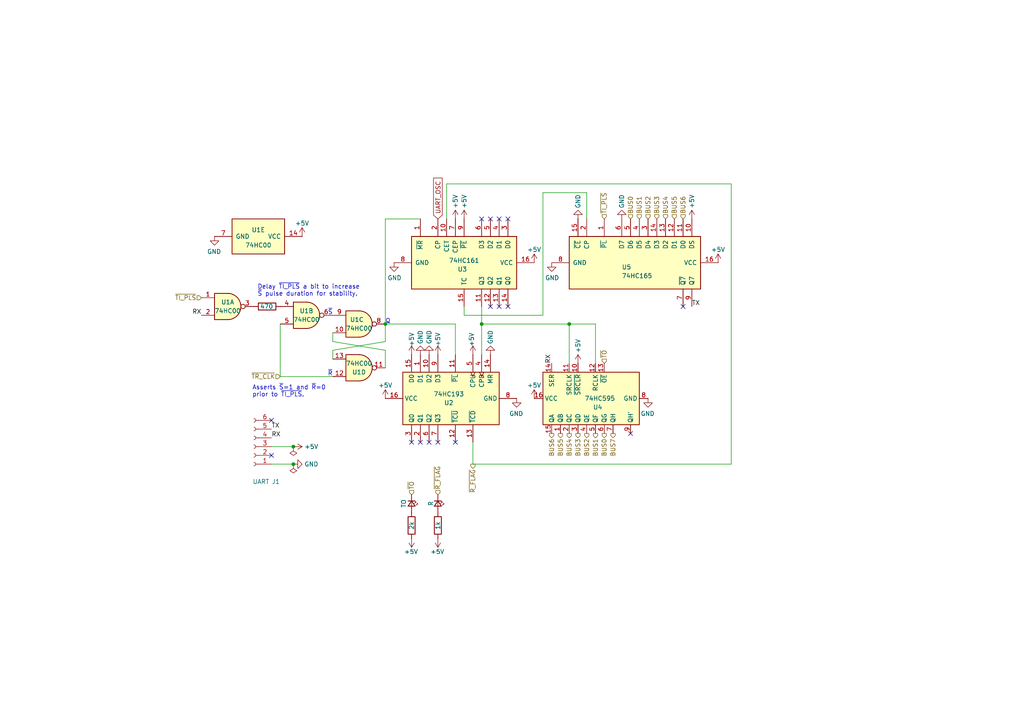
<source format=kicad_sch>
(kicad_sch (version 20250114) (generator "eeschema") (generator_version "9.0")
  (paper "A4")
  (title_block (title "UART") (date "2025-12-30") (rev "3.3") (comment 2 "creativecommons.org/licenses/by-nc-sa/4.0/") (comment 3 "This work is licensed under CC BY-NC-SA 4.0") (comment 4 "Author: Carsten Herting (slu4)"))
  (lib_symbols
    (symbol "74xx:74HC00" (pin_names (offset 1.016))
      (property "Reference" "U" (at 0 1.27 0))
      (property "Value" "74HC00" (at 0 -1.27 0))
      (symbol "74HC00_1_1"
        (arc (start 0 3.81) (mid 3.7934 0) (end 0 -3.81) (stroke (width 0.254)) (fill (type background)))
        (polyline (pts (xy 0 3.81) (xy -3.81 3.81) (xy -3.81 -3.81) (xy 0 -3.81)) (stroke (width 0.254)) (fill (type background)))
        (pin input line (at -7.62 2.54 0) (length 3.81) (name "~") (number "1"))
        (pin input line (at -7.62 -2.54 0) (length 3.81) (name "~") (number "2"))
        (pin output inverted (at 7.62 0 180) (length 3.81) (name "~") (number "3"))
      )
      (symbol "74HC00_1_2"
        (arc (start -3.81 3.81) (mid -2.589 0) (end -3.81 -3.81) (stroke (width 0.254)))
        (polyline (pts (xy -3.81 3.81) (xy -0.635 3.81)) (stroke (width 0.254)) (fill (type background)))
        (polyline (pts (xy -3.81 -3.81) (xy -0.635 -3.81)) (stroke (width 0.254)) (fill (type background)))
        (arc (start 3.81 0) (mid 2.1855 -2.584) (end -0.6096 -3.81) (stroke (width 0.254)) (fill (type background)))
        (arc (start -0.6096 3.81) (mid 2.1928 2.5924) (end 3.81 0) (stroke (width 0.254)) (fill (type background)))
        (polyline (pts (xy -0.635 3.81) (xy -3.81 3.81) (xy -3.81 3.81) (xy -3.556 3.4036) (xy -3.0226 2.2606) (xy -2.6924 1.0414) (xy -2.6162 -0.254) (xy -2.7686 -1.4986) (xy -3.175 -2.7178) (xy -3.81 -3.81) (xy -3.81 -3.81) (xy -0.635 -3.81)) (stroke (width -25.4)) (fill (type background)))
        (pin input inverted (at -7.62 2.54 0) (length 4.318) (name "~") (number "1"))
        (pin input inverted (at -7.62 -2.54 0) (length 4.318) (name "~") (number "2"))
        (pin output line (at 7.62 0 180) (length 3.81) (name "~") (number "3"))
      )
      (symbol "74HC00_2_1"
        (arc (start 0 3.81) (mid 3.7934 0) (end 0 -3.81) (stroke (width 0.254)) (fill (type background)))
        (polyline (pts (xy 0 3.81) (xy -3.81 3.81) (xy -3.81 -3.81) (xy 0 -3.81)) (stroke (width 0.254)) (fill (type background)))
        (pin input line (at -7.62 2.54 0) (length 3.81) (name "~") (number "4"))
        (pin input line (at -7.62 -2.54 0) (length 3.81) (name "~") (number "5"))
        (pin output inverted (at 7.62 0 180) (length 3.81) (name "~") (number "6"))
      )
      (symbol "74HC00_2_2"
        (arc (start -3.81 3.81) (mid -2.589 0) (end -3.81 -3.81) (stroke (width 0.254)))
        (polyline (pts (xy -3.81 3.81) (xy -0.635 3.81)) (stroke (width 0.254)) (fill (type background)))
        (polyline (pts (xy -3.81 -3.81) (xy -0.635 -3.81)) (stroke (width 0.254)) (fill (type background)))
        (arc (start 3.81 0) (mid 2.1855 -2.584) (end -0.6096 -3.81) (stroke (width 0.254)) (fill (type background)))
        (arc (start -0.6096 3.81) (mid 2.1928 2.5924) (end 3.81 0) (stroke (width 0.254)) (fill (type background)))
        (polyline (pts (xy -0.635 3.81) (xy -3.81 3.81) (xy -3.81 3.81) (xy -3.556 3.4036) (xy -3.0226 2.2606) (xy -2.6924 1.0414) (xy -2.6162 -0.254) (xy -2.7686 -1.4986) (xy -3.175 -2.7178) (xy -3.81 -3.81) (xy -3.81 -3.81) (xy -0.635 -3.81)) (stroke (width -25.4)) (fill (type background)))
        (pin input inverted (at -7.62 2.54 0) (length 4.318) (name "~") (number "4"))
        (pin input inverted (at -7.62 -2.54 0) (length 4.318) (name "~") (number "5"))
        (pin output line (at 7.62 0 180) (length 3.81) (name "~") (number "6"))
      )
      (symbol "74HC00_3_1"
        (arc (start 0 3.81) (mid 3.7934 0) (end 0 -3.81) (stroke (width 0.254)) (fill (type background)))
        (polyline (pts (xy 0 3.81) (xy -3.81 3.81) (xy -3.81 -3.81) (xy 0 -3.81)) (stroke (width 0.254)) (fill (type background)))
        (pin input line (at -7.62 2.54 0) (length 3.81) (name "~") (number "9"))
        (pin input line (at -7.62 -2.54 0) (length 3.81) (name "~") (number "10"))
        (pin output inverted (at 7.62 0 180) (length 3.81) (name "~") (number "8"))
      )
      (symbol "74HC00_3_2"
        (arc (start -3.81 3.81) (mid -2.589 0) (end -3.81 -3.81) (stroke (width 0.254)))
        (polyline (pts (xy -3.81 3.81) (xy -0.635 3.81)) (stroke (width 0.254)) (fill (type background)))
        (polyline (pts (xy -3.81 -3.81) (xy -0.635 -3.81)) (stroke (width 0.254)) (fill (type background)))
        (arc (start 3.81 0) (mid 2.1855 -2.584) (end -0.6096 -3.81) (stroke (width 0.254)) (fill (type background)))
        (arc (start -0.6096 3.81) (mid 2.1928 2.5924) (end 3.81 0) (stroke (width 0.254)) (fill (type background)))
        (polyline (pts (xy -0.635 3.81) (xy -3.81 3.81) (xy -3.81 3.81) (xy -3.556 3.4036) (xy -3.0226 2.2606) (xy -2.6924 1.0414) (xy -2.6162 -0.254) (xy -2.7686 -1.4986) (xy -3.175 -2.7178) (xy -3.81 -3.81) (xy -3.81 -3.81) (xy -0.635 -3.81)) (stroke (width -25.4)) (fill (type background)))
        (pin input inverted (at -7.62 2.54 0) (length 4.318) (name "~") (number "9"))
        (pin input inverted (at -7.62 -2.54 0) (length 4.318) (name "~") (number "10"))
        (pin output line (at 7.62 0 180) (length 3.81) (name "~") (number "8"))
      )
      (symbol "74HC00_4_1"
        (arc (start 0 3.81) (mid 3.7934 0) (end 0 -3.81) (stroke (width 0.254)) (fill (type background)))
        (polyline (pts (xy 0 3.81) (xy -3.81 3.81) (xy -3.81 -3.81) (xy 0 -3.81)) (stroke (width 0.254)) (fill (type background)))
        (pin input line (at -7.62 2.54 0) (length 3.81) (name "~") (number "12"))
        (pin input line (at -7.62 -2.54 0) (length 3.81) (name "~") (number "13"))
        (pin output inverted (at 7.62 0 180) (length 3.81) (name "~") (number "11"))
      )
      (symbol "74HC00_4_2"
        (arc (start -3.81 3.81) (mid -2.589 0) (end -3.81 -3.81) (stroke (width 0.254)))
        (polyline (pts (xy -3.81 3.81) (xy -0.635 3.81)) (stroke (width 0.254)) (fill (type background)))
        (polyline (pts (xy -3.81 -3.81) (xy -0.635 -3.81)) (stroke (width 0.254)) (fill (type background)))
        (arc (start 3.81 0) (mid 2.1855 -2.584) (end -0.6096 -3.81) (stroke (width 0.254)) (fill (type background)))
        (arc (start -0.6096 3.81) (mid 2.1928 2.5924) (end 3.81 0) (stroke (width 0.254)) (fill (type background)))
        (polyline (pts (xy -0.635 3.81) (xy -3.81 3.81) (xy -3.81 3.81) (xy -3.556 3.4036) (xy -3.0226 2.2606) (xy -2.6924 1.0414) (xy -2.6162 -0.254) (xy -2.7686 -1.4986) (xy -3.175 -2.7178) (xy -3.81 -3.81) (xy -3.81 -3.81) (xy -0.635 -3.81)) (stroke (width -25.4)) (fill (type background)))
        (pin input inverted (at -7.62 2.54 0) (length 4.318) (name "~") (number "12"))
        (pin input inverted (at -7.62 -2.54 0) (length 4.318) (name "~") (number "13"))
        (pin output line (at 7.62 0 180) (length 3.81) (name "~") (number "11"))
      )
      (symbol "74HC00_5_0"
        (pin power_in line (at 0 12.7 270) (length 5.08) (name "VCC") (number "14"))
        (pin power_in line (at 0 -12.7 90) (length 5.08) (name "GND") (number "7"))
      )
      (symbol "74HC00_5_1"
        (rectangle (start -5.08 7.62) (end 5.08 -7.62) (stroke (width 0.254)) (fill (type background)))
      )
    )
    (symbol "74xx:74HC595"
      (property "Reference" "U" (at -7.62 13.97 0))
      (property "Value" "74HC595" (at -7.62 -16.51 0))
      (symbol "74HC595_1_0"
        (pin input line (at -10.16 10.16 0) (length 2.54) (name "SER") (number "14"))
        (pin input line (at -10.16 5.08 0) (length 2.54) (name "SRCLK") (number "11"))
        (pin input line (at -10.16 2.54 0) (length 2.54) (name "~{SRCLR}") (number "10"))
        (pin input line (at -10.16 -2.54 0) (length 2.54) (name "RCLK") (number "12"))
        (pin input line (at -10.16 -5.08 0) (length 2.54) (name "~{OE}") (number "13"))
        (pin power_in line (at 0 15.24 270) (length 2.54) (name "VCC") (number "16"))
        (pin power_in line (at 0 -17.78 90) (length 2.54) (name "GND") (number "8"))
        (pin tri_state line (at 10.16 10.16 180) (length 2.54) (name "QA") (number "15"))
        (pin tri_state line (at 10.16 7.62 180) (length 2.54) (name "QB") (number "1"))
        (pin tri_state line (at 10.16 5.08 180) (length 2.54) (name "QC") (number "2"))
        (pin tri_state line (at 10.16 2.54 180) (length 2.54) (name "QD") (number "3"))
        (pin tri_state line (at 10.16 0 180) (length 2.54) (name "QE") (number "4"))
        (pin tri_state line (at 10.16 -2.54 180) (length 2.54) (name "QF") (number "5"))
        (pin tri_state line (at 10.16 -5.08 180) (length 2.54) (name "QG") (number "6"))
        (pin tri_state line (at 10.16 -7.62 180) (length 2.54) (name "QH") (number "7"))
        (pin output line (at 10.16 -12.7 180) (length 2.54) (name "QH'") (number "9"))
      )
      (symbol "74HC595_1_1"
        (rectangle (start -7.62 12.7) (end 7.62 -15.24) (stroke (width 0.254)) (fill (type background)))
      )
    )
    (symbol "8-Bit CPU 32k-cache:74HC00" (pin_names (offset 1.016))
      (property "Reference" "U" (at 0 1.27 0))
      (property "Value" "74HC00" (at 0 -1.27 0))
      (symbol "74HC00_1_1"
        (arc (start 0 3.81) (mid 3.7934 0) (end 0 -3.81) (stroke (width 0.254)) (fill (type background)))
        (polyline (pts (xy 0 3.81) (xy -3.81 3.81) (xy -3.81 -3.81) (xy 0 -3.81)) (stroke (width 0.254)) (fill (type background)))
        (pin input line (at -7.62 2.54 0) (length 3.81) (name "~") (number "1"))
        (pin input line (at -7.62 -2.54 0) (length 3.81) (name "~") (number "2"))
        (pin output inverted (at 7.62 0 180) (length 3.81) (name "~") (number "3"))
      )
      (symbol "74HC00_1_2"
        (arc (start -3.81 3.81) (mid -2.589 0) (end -3.81 -3.81) (stroke (width 0.254)))
        (polyline (pts (xy -3.81 3.81) (xy -0.635 3.81)) (stroke (width 0.254)) (fill (type background)))
        (polyline (pts (xy -3.81 -3.81) (xy -0.635 -3.81)) (stroke (width 0.254)) (fill (type background)))
        (arc (start 3.81 0) (mid 2.1855 -2.584) (end -0.6096 -3.81) (stroke (width 0.254)) (fill (type background)))
        (arc (start -0.6096 3.81) (mid 2.1928 2.5924) (end 3.81 0) (stroke (width 0.254)) (fill (type background)))
        (polyline (pts (xy -0.635 3.81) (xy -3.81 3.81) (xy -3.81 3.81) (xy -3.556 3.4036) (xy -3.0226 2.2606) (xy -2.6924 1.0414) (xy -2.6162 -0.254) (xy -2.7686 -1.4986) (xy -3.175 -2.7178) (xy -3.81 -3.81) (xy -3.81 -3.81) (xy -0.635 -3.81)) (stroke (width -25.4)) (fill (type background)))
        (pin input inverted (at -7.62 2.54 0) (length 4.318) (name "~") (number "1"))
        (pin input inverted (at -7.62 -2.54 0) (length 4.318) (name "~") (number "2"))
        (pin output line (at 7.62 0 180) (length 3.81) (name "~") (number "3"))
      )
      (symbol "74HC00_2_1"
        (arc (start 0 3.81) (mid 3.7934 0) (end 0 -3.81) (stroke (width 0.254)) (fill (type background)))
        (polyline (pts (xy 0 3.81) (xy -3.81 3.81) (xy -3.81 -3.81) (xy 0 -3.81)) (stroke (width 0.254)) (fill (type background)))
        (pin input line (at -7.62 2.54 0) (length 3.81) (name "~") (number "4"))
        (pin input line (at -7.62 -2.54 0) (length 3.81) (name "~") (number "5"))
        (pin output inverted (at 7.62 0 180) (length 3.81) (name "~") (number "6"))
      )
      (symbol "74HC00_2_2"
        (arc (start -3.81 3.81) (mid -2.589 0) (end -3.81 -3.81) (stroke (width 0.254)))
        (polyline (pts (xy -3.81 3.81) (xy -0.635 3.81)) (stroke (width 0.254)) (fill (type background)))
        (polyline (pts (xy -3.81 -3.81) (xy -0.635 -3.81)) (stroke (width 0.254)) (fill (type background)))
        (arc (start 3.81 0) (mid 2.1855 -2.584) (end -0.6096 -3.81) (stroke (width 0.254)) (fill (type background)))
        (arc (start -0.6096 3.81) (mid 2.1928 2.5924) (end 3.81 0) (stroke (width 0.254)) (fill (type background)))
        (polyline (pts (xy -0.635 3.81) (xy -3.81 3.81) (xy -3.81 3.81) (xy -3.556 3.4036) (xy -3.0226 2.2606) (xy -2.6924 1.0414) (xy -2.6162 -0.254) (xy -2.7686 -1.4986) (xy -3.175 -2.7178) (xy -3.81 -3.81) (xy -3.81 -3.81) (xy -0.635 -3.81)) (stroke (width -25.4)) (fill (type background)))
        (pin input inverted (at -7.62 2.54 0) (length 4.318) (name "~") (number "4"))
        (pin input inverted (at -7.62 -2.54 0) (length 4.318) (name "~") (number "5"))
        (pin output line (at 7.62 0 180) (length 3.81) (name "~") (number "6"))
      )
      (symbol "74HC00_3_1"
        (arc (start 0 3.81) (mid 3.7934 0) (end 0 -3.81) (stroke (width 0.254)) (fill (type background)))
        (polyline (pts (xy 0 3.81) (xy -3.81 3.81) (xy -3.81 -3.81) (xy 0 -3.81)) (stroke (width 0.254)) (fill (type background)))
        (pin input line (at -7.62 2.54 0) (length 3.81) (name "~") (number "9"))
        (pin input line (at -7.62 -2.54 0) (length 3.81) (name "~") (number "10"))
        (pin output inverted (at 7.62 0 180) (length 3.81) (name "~") (number "8"))
      )
      (symbol "74HC00_3_2"
        (arc (start -3.81 3.81) (mid -2.589 0) (end -3.81 -3.81) (stroke (width 0.254)))
        (polyline (pts (xy -3.81 3.81) (xy -0.635 3.81)) (stroke (width 0.254)) (fill (type background)))
        (polyline (pts (xy -3.81 -3.81) (xy -0.635 -3.81)) (stroke (width 0.254)) (fill (type background)))
        (arc (start 3.81 0) (mid 2.1855 -2.584) (end -0.6096 -3.81) (stroke (width 0.254)) (fill (type background)))
        (arc (start -0.6096 3.81) (mid 2.1928 2.5924) (end 3.81 0) (stroke (width 0.254)) (fill (type background)))
        (polyline (pts (xy -0.635 3.81) (xy -3.81 3.81) (xy -3.81 3.81) (xy -3.556 3.4036) (xy -3.0226 2.2606) (xy -2.6924 1.0414) (xy -2.6162 -0.254) (xy -2.7686 -1.4986) (xy -3.175 -2.7178) (xy -3.81 -3.81) (xy -3.81 -3.81) (xy -0.635 -3.81)) (stroke (width -25.4)) (fill (type background)))
        (pin input inverted (at -7.62 2.54 0) (length 4.318) (name "~") (number "9"))
        (pin input inverted (at -7.62 -2.54 0) (length 4.318) (name "~") (number "10"))
        (pin output line (at 7.62 0 180) (length 3.81) (name "~") (number "8"))
      )
      (symbol "74HC00_4_1"
        (arc (start 0 3.81) (mid 3.7934 0) (end 0 -3.81) (stroke (width 0.254)) (fill (type background)))
        (polyline (pts (xy 0 3.81) (xy -3.81 3.81) (xy -3.81 -3.81) (xy 0 -3.81)) (stroke (width 0.254)) (fill (type background)))
        (pin input line (at -7.62 2.54 0) (length 3.81) (name "~") (number "12"))
        (pin input line (at -7.62 -2.54 0) (length 3.81) (name "~") (number "13"))
        (pin output inverted (at 7.62 0 180) (length 3.81) (name "~") (number "11"))
      )
      (symbol "74HC00_4_2"
        (arc (start -3.81 3.81) (mid -2.589 0) (end -3.81 -3.81) (stroke (width 0.254)))
        (polyline (pts (xy -3.81 3.81) (xy -0.635 3.81)) (stroke (width 0.254)) (fill (type background)))
        (polyline (pts (xy -3.81 -3.81) (xy -0.635 -3.81)) (stroke (width 0.254)) (fill (type background)))
        (arc (start 3.81 0) (mid 2.1855 -2.584) (end -0.6096 -3.81) (stroke (width 0.254)) (fill (type background)))
        (arc (start -0.6096 3.81) (mid 2.1928 2.5924) (end 3.81 0) (stroke (width 0.254)) (fill (type background)))
        (polyline (pts (xy -0.635 3.81) (xy -3.81 3.81) (xy -3.81 3.81) (xy -3.556 3.4036) (xy -3.0226 2.2606) (xy -2.6924 1.0414) (xy -2.6162 -0.254) (xy -2.7686 -1.4986) (xy -3.175 -2.7178) (xy -3.81 -3.81) (xy -3.81 -3.81) (xy -0.635 -3.81)) (stroke (width -25.4)) (fill (type background)))
        (pin input inverted (at -7.62 2.54 0) (length 4.318) (name "~") (number "12"))
        (pin input inverted (at -7.62 -2.54 0) (length 4.318) (name "~") (number "13"))
        (pin output line (at 7.62 0 180) (length 3.81) (name "~") (number "11"))
      )
      (symbol "74HC00_5_0"
        (pin power_in line (at 0 12.7 270) (length 5.08) (name "VCC") (number "14"))
        (pin power_in line (at 0 -12.7 90) (length 5.08) (name "GND") (number "7"))
      )
      (symbol "74HC00_5_1"
        (rectangle (start -5.08 7.62) (end 5.08 -7.62) (stroke (width 0.254)) (fill (type background)))
      )
    )
    (symbol "8-Bit CPU 32k:74HC161" (pin_names (offset 1.016))
      (property "Reference" "U" (at -7.62 16.51 0))
      (property "Value" "74HC161" (at -7.62 -16.51 0))
      (symbol "74HC161_1_0"
        (pin input line (at -12.7 12.7 0) (length 5.08) (name "D0") (number "3"))
        (pin input line (at -12.7 10.16 0) (length 5.08) (name "D1") (number "4"))
        (pin input line (at -12.7 7.62 0) (length 5.08) (name "D2") (number "5"))
        (pin input line (at -12.7 5.08 0) (length 5.08) (name "D3") (number "6"))
        (pin input line (at -12.7 0 0) (length 5.08) (name "~{PE}") (number "9"))
        (pin input line (at -12.7 -2.54 0) (length 5.08) (name "CEP") (number "7"))
        (pin input line (at -12.7 -5.08 0) (length 5.08) (name "CET") (number "10"))
        (pin input line (at -12.7 -7.62 0) (length 5.08) (name "CP") (number "2"))
        (pin input line (at -12.7 -12.7 0) (length 5.08) (name "~{MR}") (number "1"))
        (pin power_in line (at 0 20.32 270) (length 5.08) (name "VCC") (number "16"))
        (pin power_in line (at 0 -20.32 90) (length 5.08) (name "GND") (number "8"))
        (pin output line (at 12.7 12.7 180) (length 5.08) (name "Q0") (number "14"))
        (pin output line (at 12.7 10.16 180) (length 5.08) (name "Q1") (number "13"))
        (pin output line (at 12.7 7.62 180) (length 5.08) (name "Q2") (number "12"))
        (pin output line (at 12.7 5.08 180) (length 5.08) (name "Q3") (number "11"))
        (pin output line (at 12.7 0 180) (length 5.08) (name "TC") (number "15"))
      )
      (symbol "74HC161_1_1"
        (rectangle (start -7.62 15.24) (end 7.62 -15.24) (stroke (width 0.254)) (fill (type background)))
      )
    )
    (symbol "8-Bit CPU 32k:74HC165" (pin_names (offset 1.016))
      (property "Reference" "U" (at -7.62 19.05 0))
      (property "Value" "74HC165" (at -7.62 -21.59 0))
      (symbol "74HC165_1_0"
        (pin input line (at -12.7 15.24 0) (length 5.08) (name "DS") (number "10"))
        (pin input line (at -12.7 12.7 0) (length 5.08) (name "D0") (number "11"))
        (pin input line (at -12.7 10.16 0) (length 5.08) (name "D1") (number "12"))
        (pin input line (at -12.7 7.62 0) (length 5.08) (name "D2") (number "13"))
        (pin input line (at -12.7 5.08 0) (length 5.08) (name "D3") (number "14"))
        (pin input line (at -12.7 2.54 0) (length 5.08) (name "D4") (number "3"))
        (pin input line (at -12.7 0 0) (length 5.08) (name "D5") (number "4"))
        (pin input line (at -12.7 -2.54 0) (length 5.08) (name "D6") (number "5"))
        (pin input line (at -12.7 -5.08 0) (length 5.08) (name "D7") (number "6"))
        (pin input line (at -12.7 -10.16 0) (length 5.08) (name "~{PL}") (number "1"))
        (pin input line (at -12.7 -15.24 0) (length 5.08) (name "CP") (number "2"))
        (pin input line (at -12.7 -17.78 0) (length 5.08) (name "~{CE}") (number "15"))
        (pin power_in line (at 0 22.86 270) (length 5.08) (name "VCC") (number "16"))
        (pin power_in line (at 0 -25.4 90) (length 5.08) (name "GND") (number "8"))
        (pin output line (at 12.7 15.24 180) (length 5.08) (name "Q7") (number "9"))
        (pin output line (at 12.7 12.7 180) (length 5.08) (name "~{Q7}") (number "7"))
      )
      (symbol "74HC165_1_1"
        (rectangle (start -7.62 17.78) (end 7.62 -20.32) (stroke (width 0.254)) (fill (type background)))
      )
    )
    (symbol "8-Bit CPU 32k:74HC193"
      (property "Reference" "U" (at -7.62 13.97 0))
      (property "Value" "74HC193" (at 5.08 13.97 0))
      (symbol "74HC193_1_0"
        (pin input line (at -12.7 10.16 0) (length 5.08) (name "D0") (number "15"))
        (pin input line (at -12.7 7.62 0) (length 5.08) (name "D1") (number "1"))
        (pin input line (at -12.7 5.08 0) (length 5.08) (name "D2") (number "10"))
        (pin input line (at -12.7 2.54 0) (length 5.08) (name "D3") (number "9"))
        (pin input line (at -12.7 -2.54 0) (length 5.08) (name "~{PL}") (number "11"))
        (pin input clock (at -12.7 -7.62 0) (length 5.08) (name "CPU") (number "5"))
        (pin input clock (at -12.7 -10.16 0) (length 5.08) (name "CPD") (number "4"))
        (pin input line (at -12.7 -12.7 0) (length 5.08) (name "MR") (number "14"))
        (pin power_in line (at 0 17.78 270) (length 5.08) (name "VCC") (number "16"))
        (pin power_in line (at 0 -20.32 90) (length 5.08) (name "GND") (number "8"))
        (pin output line (at 12.7 10.16 180) (length 5.08) (name "Q0") (number "3"))
        (pin output line (at 12.7 7.62 180) (length 5.08) (name "Q1") (number "2"))
        (pin output line (at 12.7 5.08 180) (length 5.08) (name "Q2") (number "6"))
        (pin output line (at 12.7 2.54 180) (length 5.08) (name "Q3") (number "7"))
        (pin output line (at 12.7 -2.54 180) (length 5.08) (name "~{TCU}") (number "12"))
        (pin output line (at 12.7 -7.62 180) (length 5.08) (name "~{TCD}") (number "13"))
      )
      (symbol "74HC193_1_1"
        (rectangle (start -7.62 12.7) (end 7.62 -15.24) (stroke (width 0.254)) (fill (type background)))
      )
    )
    (symbol "Connector:Conn_01x06_Female" (pin_names (offset 1.016) (hide yes))
      (property "Reference" "J" (at 0 7.62 0))
      (property "Value" "Conn_01x06_Female" (at 0 -10.16 0))
      (symbol "Conn_01x06_Female_1_1"
        (polyline (pts (xy -1.27 5.08) (xy -0.508 5.08)) (stroke (width 0.1524)))
        (polyline (pts (xy -1.27 2.54) (xy -0.508 2.54)) (stroke (width 0.1524)))
        (polyline (pts (xy -1.27 0) (xy -0.508 0)) (stroke (width 0.1524)))
        (polyline (pts (xy -1.27 -2.54) (xy -0.508 -2.54)) (stroke (width 0.1524)))
        (polyline (pts (xy -1.27 -5.08) (xy -0.508 -5.08)) (stroke (width 0.1524)))
        (polyline (pts (xy -1.27 -7.62) (xy -0.508 -7.62)) (stroke (width 0.1524)))
        (arc (start 0 4.572) (mid -0.5058 5.08) (end 0 5.588) (stroke (width 0.1524)))
        (arc (start 0 2.032) (mid -0.5058 2.54) (end 0 3.048) (stroke (width 0.1524)))
        (arc (start 0 -0.508) (mid -0.5058 0) (end 0 0.508) (stroke (width 0.1524)))
        (arc (start 0 -3.048) (mid -0.5058 -2.54) (end 0 -2.032) (stroke (width 0.1524)))
        (arc (start 0 -5.588) (mid -0.5058 -5.08) (end 0 -4.572) (stroke (width 0.1524)))
        (arc (start 0 -8.128) (mid -0.5058 -7.62) (end 0 -7.112) (stroke (width 0.1524)))
        (pin passive line (at -5.08 5.08 0) (length 3.81) (name "Pin_1") (number "1"))
        (pin passive line (at -5.08 2.54 0) (length 3.81) (name "Pin_2") (number "2"))
        (pin passive line (at -5.08 0 0) (length 3.81) (name "Pin_3") (number "3"))
        (pin passive line (at -5.08 -2.54 0) (length 3.81) (name "Pin_4") (number "4"))
        (pin passive line (at -5.08 -5.08 0) (length 3.81) (name "Pin_5") (number "5"))
        (pin passive line (at -5.08 -7.62 0) (length 3.81) (name "Pin_6") (number "6"))
      )
    )
    (symbol "Device:LED_Small" (pin_numbers (hide yes)) (pin_names (offset 0.254) (hide yes))
      (property "Reference" "D" (at -1.27 3.175 0))
      (property "Value" "LED_Small" (at -4.445 -2.54 0))
      (symbol "LED_Small_0_1"
        (polyline (pts (xy -0.762 -1.016) (xy -0.762 1.016)) (stroke (width 0.254)))
        (polyline (pts (xy 0 0.762) (xy -0.508 1.27) (xy -0.254 1.27) (xy -0.508 1.27) (xy -0.508 1.016)))
        (polyline (pts (xy 0.508 1.27) (xy 0 1.778) (xy 0.254 1.778) (xy 0 1.778) (xy 0 1.524)))
        (polyline (pts (xy 0.762 -1.016) (xy -0.762 0) (xy 0.762 1.016) (xy 0.762 -1.016)) (stroke (width 0.254)))
        (polyline (pts (xy 1.016 0) (xy -0.762 0)))
      )
      (symbol "LED_Small_1_1"
        (pin passive line (at -2.54 0 0) (length 1.778) (name "K") (number "1"))
        (pin passive line (at 2.54 0 180) (length 1.778) (name "A") (number "2"))
      )
    )
    (symbol "Device:R" (pin_numbers (hide yes)) (pin_names (offset 0))
      (property "Reference" "R" (at 2.032 0 90))
      (property "Value" "R" (at 0 0 90))
      (symbol "R_0_1"
        (rectangle (start -1.016 -2.54) (end 1.016 2.54) (stroke (width 0.254)))
      )
      (symbol "R_1_1"
        (pin passive line (at 0 3.81 270) (length 1.27) (name "~") (number "1"))
        (pin passive line (at 0 -3.81 90) (length 1.27) (name "~") (number "2"))
      )
    )
    (symbol "power:+5V" (power) (pin_numbers (hide yes)) (pin_names (offset 0) (hide yes))
      (property "Value" "+5V" (at 0 3.556 0))
      (symbol "+5V_0_1"
        (polyline (pts (xy -0.762 1.27) (xy 0 2.54)))
        (polyline (pts (xy 0 2.54) (xy 0.762 1.27)))
        (polyline (pts (xy 0 0) (xy 0 2.54)))
      )
      (symbol "+5V_1_1"
        (pin power_in line (at 0 0 90) (length 0) (name "~") (number "1"))
      )
    )
    (symbol "power:GND" (power) (pin_numbers (hide yes)) (pin_names (offset 0) (hide yes))
      (property "Value" "GND" (at 0 -3.81 0))
      (symbol "GND_0_1"
        (polyline (pts (xy 0 0) (xy 0 -1.27) (xy 1.27 -1.27) (xy 0 -2.54) (xy -1.27 -1.27) (xy 0 -1.27)))
      )
      (symbol "GND_1_1"
        (pin power_in line (at 0 0 270) (length 0) (name "~") (number "1"))
      )
    )
    (symbol "power:PWR_FLAG" (power) (pin_numbers (hide yes)) (pin_names (offset 0) (hide yes))
      (property "Value" "PWR_FLAG" (at 0 3.81 0))
      (symbol "PWR_FLAG_0_0"
        (pin power_out line (at 0 0 90) (length 0) (name "~") (number "1"))
      )
      (symbol "PWR_FLAG_0_1"
        (polyline (pts (xy 0 0) (xy 0 1.27) (xy -1.016 1.905) (xy 0 2.54) (xy 1.016 1.905) (xy 0 1.27)))
      )
    )
  )
  (text "Q" (at 111.76 93.98 0) (effects (font (size 1.27 1.27)) (justify left bottom)))
  (text "Delay ~{TI_PLS} a bit to increase\n~{S} pulse duration for stability." (at 74.676 84.328 0) (effects (font (size 1.27 1.27)) (justify left)))
  (text "Asserts ~{S}=1 and ~{R}=0\nprior to ~{TI_PLS}." (at 73.152 113.538 0) (effects (font (size 1.27 1.27)) (justify left)))
  (text "~{S}" (at 96.52 91.44 0) (effects (font (size 1.27 1.27)) (justify right bottom)))
  (text "~{R}" (at 96.52 109.22 0) (effects (font (size 1.27 1.27)) (justify right bottom)))
  (junction (at 139.7 93.98))
  (junction (at 85.09 134.62))
  (junction (at 165.1 93.98))
  (junction (at 111.76 93.98))
  (junction (at 85.09 129.54))
  (no_connect (at 139.7 63.5))
  (no_connect (at 142.24 63.5))
  (no_connect (at 144.78 63.5))
  (no_connect (at 147.32 63.5))
  (no_connect (at 78.74 132.08))
  (no_connect (at 119.38 128.27))
  (no_connect (at 182.88 125.73))
  (no_connect (at 142.24 88.9))
  (no_connect (at 147.32 88.9))
  (no_connect (at 144.78 88.9))
  (no_connect (at 132.08 128.27))
  (no_connect (at 127 128.27))
  (no_connect (at 124.46 128.27))
  (no_connect (at 78.74 121.92))
  (no_connect (at 198.12 88.9))
  (no_connect (at 121.92 128.27))
  (wire (pts (xy 157.48 55.88) (xy 170.18 55.88)))
  (wire (pts (xy 111.76 93.98) (xy 111.76 63.5)))
  (wire (pts (xy 96.52 99.06) (xy 111.76 101.6)))
  (wire (pts (xy 96.52 101.6) (xy 111.76 99.06)))
  (wire (pts (xy 137.16 134.62) (xy 137.16 128.27)))
  (wire (pts (xy 157.48 91.44) (xy 157.48 55.88)))
  (wire (pts (xy 212.09 134.62) (xy 137.16 134.62)))
  (wire (pts (xy 134.62 88.9) (xy 134.62 91.44)))
  (wire (pts (xy 129.54 63.5) (xy 129.54 53.34)))
  (wire (pts (xy 78.74 134.62) (xy 85.09 134.62)))
  (wire (pts (xy 134.62 91.44) (xy 157.48 91.44)))
  (wire (pts (xy 139.7 93.98) (xy 139.7 102.87)))
  (wire (pts (xy 81.28 109.22) (xy 96.52 109.22)))
  (wire (pts (xy 96.52 96.52) (xy 96.52 99.06)))
  (wire (pts (xy 132.08 93.98) (xy 111.76 93.98)))
  (wire (pts (xy 129.54 53.34) (xy 212.09 53.34)))
  (wire (pts (xy 139.7 93.98) (xy 165.1 93.98)))
  (wire (pts (xy 81.28 93.98) (xy 81.28 109.22)))
  (wire (pts (xy 111.76 101.6) (xy 111.76 106.68)))
  (wire (pts (xy 212.09 53.34) (xy 212.09 134.62)))
  (wire (pts (xy 78.74 129.54) (xy 85.09 129.54)))
  (wire (pts (xy 170.18 55.88) (xy 170.18 63.5)))
  (wire (pts (xy 132.08 102.87) (xy 132.08 93.98)))
  (wire (pts (xy 139.7 88.9) (xy 139.7 93.98)))
  (wire (pts (xy 111.76 99.06) (xy 111.76 93.98)))
  (wire (pts (xy 111.76 63.5) (xy 121.92 63.5)))
  (wire (pts (xy 165.1 93.98) (xy 165.1 105.41)))
  (wire (pts (xy 96.52 104.14) (xy 96.52 101.6)))
  (wire (pts (xy 172.72 93.98) (xy 165.1 93.98)))
  (wire (pts (xy 172.72 105.41) (xy 172.72 93.98)))
  (label "TX" (at 78.74 124.46 0))
  (label "TX" (at 200.66 88.9 0))
  (label "RX" (at 58.42 91.44 180))
  (label "RX" (at 78.74 127 0))
  (label "RX" (at 160.02 105.41 90))
  (global_label "UART_OSC" (shape input) (at 127 63.5 90) (property "Intersheetrefs" "${INTERSHEET_REFS}" (effects (hide yes))))
  (hierarchical_label "BUS3" (shape output) (at 167.64 125.73 270))
  (hierarchical_label "BUS4" (shape input) (at 193.04 63.5 90))
  (hierarchical_label "BUS1" (shape output) (at 172.72 125.73 270))
  (hierarchical_label "~{TR_CLK}" (shape input) (at 81.28 109.22 180))
  (hierarchical_label "BUS3" (shape input) (at 190.5 63.5 90))
  (hierarchical_label "BUS6" (shape output) (at 160.02 125.73 270))
  (hierarchical_label "BUS5" (shape output) (at 162.56 125.73 270))
  (hierarchical_label "BUS2" (shape input) (at 187.96 63.5 90))
  (hierarchical_label "BUS1" (shape input) (at 185.42 63.5 90))
  (hierarchical_label "~{TO}" (shape input) (at 175.26 105.41 90))
  (hierarchical_label "BUS0" (shape input) (at 182.88 63.5 90))
  (hierarchical_label "~{TI_PLS}" (shape input) (at 175.26 63.5 90))
  (hierarchical_label "BUS4" (shape output) (at 165.1 125.73 270))
  (hierarchical_label "BUS5" (shape input) (at 195.58 63.5 90))
  (hierarchical_label "~{TO}" (shape input) (at 119.38 143.51 90))
  (hierarchical_label "BUS2" (shape output) (at 170.18 125.73 270))
  (hierarchical_label "BUS6" (shape input) (at 198.12 63.5 90))
  (hierarchical_label "~{TI_PLS}" (shape input) (at 58.42 86.36 180))
  (hierarchical_label "BUS0" (shape output) (at 175.26 125.73 270))
  (hierarchical_label "~{R_FLAG}" (shape output) (at 137.16 134.62 270))
  (hierarchical_label "~{R_FLAG}" (shape input) (at 127 143.51 90))
  (hierarchical_label "BUS7" (shape output) (at 177.8 125.73 270))
  (symbol (lib_id "74xx:74HC00") (at 104.14 106.68 0) (mirror x) (unit 4)
    (property "Reference" "U1" (at 104.14 107.95 0))
    (property "Value" "74HC00" (at 104.14 105.41 0))
    (property "Footprint" "Package_DIP:DIP-14_W7.62mm" (effects (hide yes)))
    (property "Datasheet" "http://www.ti.com/lit/gpn/sn74hc00" (effects (hide yes)))
    (property "Description" "quad 2-input NAND gate" (effects (hide yes)))
  )
  (symbol (lib_id "74xx:74HC00") (at 104.14 93.98 0) (unit 3)
    (property "Reference" "U1" (at 103.505 92.71 0))
    (property "Value" "74HC00" (at 104.14 95.25 0))
    (property "Footprint" "Package_DIP:DIP-14_W7.62mm" (effects (hide yes)))
    (property "Datasheet" "http://www.ti.com/lit/gpn/sn74hc00" (effects (hide yes)))
    (property "Description" "quad 2-input NAND gate" (effects (hide yes)))
  )
  (symbol (lib_id "74xx:74HC00") (at 88.9 91.44 0) (unit 2)
    (property "Reference" "U1" (at 88.9 90.17 0))
    (property "Value" "74HC00" (at 88.9 92.71 0))
    (property "Footprint" "Package_DIP:DIP-14_W7.62mm" (effects (hide yes)))
    (property "Datasheet" "http://www.ti.com/lit/gpn/sn74hc00" (effects (hide yes)))
    (property "Description" "quad 2-input NAND gate" (effects (hide yes)))
  )
  (symbol (lib_id "power:+5V") (at 167.64 105.41 0) (mirror y) (unit 1)
    (property "Reference" "#PWR021" (effects (hide yes)))
    (property "Value" "+5V" (at 167.64 100.33 90))
    (property "Description" "Power symbol creates a global label with name \"+5V\"" (effects (hide yes)))
  )
  (symbol (lib_id "power:GND") (at 85.09 134.62 90) (mirror x) (unit 1)
    (property "Reference" "#PWR02" (effects (hide yes)))
    (property "Value" "GND" (at 88.265 134.62 90) (effects (justify right)))
    (property "Description" "Power symbol creates a global label with name \"GND\" , ground" (effects (hide yes)))
  )
  (symbol (lib_id "Device:R") (at 119.38 152.4 0) (mirror y) (unit 1)
    (property "Reference" "R13" (effects (hide yes)))
    (property "Value" "2k" (at 119.38 153.67 90) (effects (justify left)))
    (property "Footprint" "Resistor_THT:R_Axial_DIN0207_L6.3mm_D2.5mm_P7.62mm_Horizontal" (effects (hide yes)))
    (property "Description" "Resistor" (effects (hide yes)))
  )
  (symbol (lib_id "Device:R") (at 77.47 88.9 90) (mirror x) (unit 1)
    (property "Reference" "R29" (effects (hide yes)))
    (property "Value" "470" (at 79.248 88.9 90) (effects (justify left)))
    (property "Footprint" "Resistor_THT:R_Axial_DIN0207_L6.3mm_D2.5mm_P7.62mm_Horizontal" (effects (hide yes)))
    (property "Description" "Resistor" (effects (hide yes)))
  )
  (symbol (lib_id "power:GND") (at 142.24 102.87 0) (mirror x) (unit 1)
    (property "Reference" "#PWR015" (effects (hide yes)))
    (property "Value" "GND" (at 142.24 97.79 90))
    (property "Description" "Power symbol creates a global label with name \"GND\" , ground" (effects (hide yes)))
  )
  (symbol (lib_id "power:+5V") (at 85.09 129.54 270) (unit 1)
    (property "Reference" "#PWR03" (effects (hide yes)))
    (property "Value" "+5V" (at 88.265 129.54 90) (effects (justify left)))
    (property "Description" "Power symbol creates a global label with name \"+5V\"" (effects (hide yes)))
  )
  (symbol (lib_id "power:+5V") (at 119.38 156.21 180) (unit 1)
    (property "Reference" "#PWR0171" (effects (hide yes)))
    (property "Value" "+5V" (at 121.285 160.02 0) (effects (justify left)))
    (property "Description" "Power symbol creates a global label with name \"+5V\"" (effects (hide yes)))
  )
  (symbol (lib_id "Connector:Conn_01x06_Female") (at 73.66 129.54 180) (unit 1)
    (property "Reference" "J1" (at 80.01 139.7 0))
    (property "Value" "UART" (at 75.692 139.7 0))
    (property "Footprint" "Connector_PinSocket_2.54mm:PinSocket_1x06_P2.54mm_Vertical" (effects (hide yes)))
  )
  (symbol (lib_id "power:+5V") (at 132.08 63.5 0) (unit 1)
    (property "Reference" "#PWR012" (effects (hide yes)))
    (property "Value" "+5V" (at 132.08 58.42 90))
    (property "Description" "Power symbol creates a global label with name \"+5V\"" (effects (hide yes)))
  )
  (symbol (lib_id "8-Bit CPU 32k:74HC165") (at 185.42 76.2 270) (unit 1)
    (property "Reference" "U5" (at 180.34 77.47 90) (effects (justify left)))
    (property "Value" "74HC165" (at 180.34 80.01 90) (effects (justify left)))
    (property "Footprint" "Package_DIP:DIP-16_W7.62mm" (effects (hide yes)))
    (property "Datasheet" "http://www.ti.com/lit/gpn/sn74LS165" (effects (hide yes)))
    (property "Description" "Shift Register 8-bit, parallel load" (effects (hide yes)))
  )
  (symbol (lib_id "power:PWR_FLAG") (at 85.09 134.62 180) (unit 1)
    (property "Reference" "#FLG01" (effects (hide yes)))
    (property "Value" "PWR_FLAG" (effects (hide yes)))
    (property "Description" "Special symbol for telling ERC where power comes from" (effects (hide yes)))
  )
  (symbol (lib_id "8-Bit CPU 32k-cache:74HC00") (at 74.93 68.58 270) (unit 5)
    (property "Reference" "U1" (at 74.93 66.675 90))
    (property "Value" "74HC00" (at 74.93 71.12 90))
    (property "Footprint" "Package_DIP:DIP-14_W7.62mm" (effects (hide yes)))
  )
  (symbol (lib_id "power:+5V") (at 127 102.87 0) (mirror y) (unit 1)
    (property "Reference" "#PWR011" (effects (hide yes)))
    (property "Value" "+5V" (at 127 98.425 90))
    (property "Description" "Power symbol creates a global label with name \"+5V\"" (effects (hide yes)))
  )
  (symbol (lib_id "power:+5V") (at 119.38 102.87 0) (mirror y) (unit 1)
    (property "Reference" "#PWR09" (effects (hide yes)))
    (property "Value" "+5V" (at 119.38 98.425 90))
    (property "Description" "Power symbol creates a global label with name \"+5V\"" (effects (hide yes)))
  )
  (symbol (lib_id "Device:LED_Small") (at 127 146.05 270) (unit 1)
    (property "Reference" "D97" (effects (hide yes)))
    (property "Value" "R" (at 124.968 146.05 0))
    (property "Footprint" "LED_THT:LED_D5.0mm" (effects (hide yes)))
    (property "Description" "LED BLUE, 1300mcd, 60°" (effects (hide yes)))
    (property "Sim.Pin" "1=K 2=A" (effects (hide yes)))
  )
  (symbol (lib_id "power:GND") (at 160.02 76.2 0) (unit 1)
    (property "Reference" "#PWR018" (effects (hide yes)))
    (property "Value" "GND" (at 160.147 80.5942 0))
    (property "Description" "Power symbol creates a global label with name \"GND\" , ground" (effects (hide yes)))
  )
  (symbol (lib_id "power:+5V") (at 87.63 68.58 0) (mirror y) (unit 1)
    (property "Reference" "#PWR090" (effects (hide yes)))
    (property "Value" "+5V" (at 87.63 64.77 0))
    (property "Description" "Power symbol creates a global label with name \"+5V\"" (effects (hide yes)))
  )
  (symbol (lib_id "74xx:74HC595") (at 170.18 115.57 90) (mirror x) (unit 1)
    (property "Reference" "U4" (at 173.355 118.11 90))
    (property "Value" "74HC595" (at 173.99 115.57 90))
    (property "Footprint" "Package_DIP:DIP-16_W7.62mm" (effects (hide yes)))
    (property "Datasheet" "http://www.ti.com/lit/ds/symlink/sn74hc595.pdf" (effects (hide yes)))
    (property "Description" "8-bit serial in/out Shift Register 3-State Outputs" (effects (hide yes)))
  )
  (symbol (lib_id "power:GND") (at 167.64 63.5 180) (unit 1)
    (property "Reference" "#PWR020" (effects (hide yes)))
    (property "Value" "GND" (at 167.64 58.42 90))
    (property "Description" "Power symbol creates a global label with name \"GND\" , ground" (effects (hide yes)))
  )
  (symbol (lib_id "power:PWR_FLAG") (at 85.09 129.54 180) (unit 1)
    (property "Reference" "#FLG02" (effects (hide yes)))
    (property "Value" "PWR_FLAG" (effects (hide yes)))
    (property "Description" "Special symbol for telling ERC where power comes from" (effects (hide yes)))
  )
  (symbol (lib_id "power:GND") (at 124.46 102.87 0) (mirror x) (unit 1)
    (property "Reference" "#PWR010" (effects (hide yes)))
    (property "Value" "GND" (at 124.46 97.79 90))
    (property "Description" "Power symbol creates a global label with name \"GND\" , ground" (effects (hide yes)))
  )
  (symbol (lib_id "power:GND") (at 62.23 68.58 0) (mirror y) (unit 1)
    (property "Reference" "#PWR04" (effects (hide yes)))
    (property "Value" "GND" (at 62.103 72.9742 0))
    (property "Description" "Power symbol creates a global label with name \"GND\" , ground" (effects (hide yes)))
  )
  (symbol (lib_id "power:+5V") (at 208.28 76.2 0) (unit 1)
    (property "Reference" "#PWR025" (effects (hide yes)))
    (property "Value" "+5V" (at 208.28 72.39 0))
    (property "Description" "Power symbol creates a global label with name \"+5V\"" (effects (hide yes)))
  )
  (symbol (lib_id "power:+5V") (at 111.76 115.57 0) (mirror y) (unit 1)
    (property "Reference" "#PWR06" (effects (hide yes)))
    (property "Value" "+5V" (at 111.76 111.76 0))
    (property "Description" "Power symbol creates a global label with name \"+5V\"" (effects (hide yes)))
  )
  (symbol (lib_id "8-Bit CPU 32k:74HC193") (at 129.54 115.57 90) (mirror x) (unit 1)
    (property "Reference" "U2" (at 130.175 116.84 90))
    (property "Value" "74HC193" (at 130.175 114.3 90))
    (property "Footprint" "Package_DIP:DIP-16_W7.62mm" (effects (hide yes)))
    (property "Datasheet" "http://www.ti.com/lit/ds/symlink/sn74ls193.pdf" (effects (hide yes)))
    (property "Description" "Synchronous 4-bit Up/Down (2 clk) counter" (effects (hide yes)))
  )
  (symbol (lib_id "8-Bit CPU 32k:74HC161") (at 134.62 76.2 270) (unit 1)
    (property "Reference" "U3" (at 132.715 78.105 90) (effects (justify left)))
    (property "Value" "74HC161" (at 130.175 75.565 90) (effects (justify left)))
    (property "Footprint" "Package_DIP:DIP-16_W7.62mm" (effects (hide yes)))
    (property "Datasheet" "http://www.ti.com/lit/gpn/sn74LS161" (effects (hide yes)))
    (property "Description" "Synchronous 4-bit programmable binary Counter" (effects (hide yes)))
  )
  (symbol (lib_id "Device:LED_Small") (at 119.38 146.05 270) (unit 1)
    (property "Reference" "D80" (effects (hide yes)))
    (property "Value" "TO" (at 117.094 146.05 0))
    (property "Footprint" "LED_THT:LED_D5.0mm" (effects (hide yes)))
    (property "Description" "LED RED, 1300mcd, 60°" (effects (hide yes)))
    (property "Sim.Pin" "1=K 2=A" (effects (hide yes)))
  )
  (symbol (lib_id "power:GND") (at 121.92 102.87 0) (mirror x) (unit 1)
    (property "Reference" "#PWR08" (effects (hide yes)))
    (property "Value" "GND" (at 121.92 97.79 90))
    (property "Description" "Power symbol creates a global label with name \"GND\" , ground" (effects (hide yes)))
  )
  (symbol (lib_id "power:+5V") (at 134.62 63.5 0) (unit 1)
    (property "Reference" "#PWR013" (effects (hide yes)))
    (property "Value" "+5V" (at 134.62 58.42 90))
    (property "Description" "Power symbol creates a global label with name \"+5V\"" (effects (hide yes)))
  )
  (symbol (lib_id "power:+5V") (at 200.66 63.5 0) (unit 1)
    (property "Reference" "#PWR024" (effects (hide yes)))
    (property "Value" "+5V" (at 200.66 58.42 90))
    (property "Description" "Power symbol creates a global label with name \"+5V\"" (effects (hide yes)))
  )
  (symbol (lib_id "power:+5V") (at 127 156.21 180) (unit 1)
    (property "Reference" "#PWR0188" (effects (hide yes)))
    (property "Value" "+5V" (at 128.905 160.02 0) (effects (justify left)))
    (property "Description" "Power symbol creates a global label with name \"+5V\"" (effects (hide yes)))
  )
  (symbol (lib_id "74xx:74HC00") (at 66.04 88.9 0) (unit 1)
    (property "Reference" "U1" (at 66.04 87.63 0))
    (property "Value" "74HC00" (at 66.04 90.17 0))
    (property "Footprint" "Package_DIP:DIP-14_W7.62mm" (effects (hide yes)))
    (property "Datasheet" "http://www.ti.com/lit/gpn/sn74hc00" (effects (hide yes)))
    (property "Description" "quad 2-input NAND gate" (effects (hide yes)))
  )
  (symbol (lib_id "power:GND") (at 114.3 76.2 0) (unit 1)
    (property "Reference" "#PWR07" (effects (hide yes)))
    (property "Value" "GND" (at 114.427 80.5942 0))
    (property "Description" "Power symbol creates a global label with name \"GND\" , ground" (effects (hide yes)))
  )
  (symbol (lib_id "power:+5V") (at 154.94 76.2 0) (unit 1)
    (property "Reference" "#PWR017" (effects (hide yes)))
    (property "Value" "+5V" (at 154.94 72.39 0))
    (property "Description" "Power symbol creates a global label with name \"+5V\"" (effects (hide yes)))
  )
  (symbol (lib_id "power:+5V") (at 154.94 115.57 0) (mirror y) (unit 1)
    (property "Reference" "#PWR019" (effects (hide yes)))
    (property "Value" "+5V" (at 154.94 111.76 0))
    (property "Description" "Power symbol creates a global label with name \"+5V\"" (effects (hide yes)))
  )
  (symbol (lib_id "power:+5V") (at 137.16 102.87 0) (mirror y) (unit 1)
    (property "Reference" "#PWR014" (effects (hide yes)))
    (property "Value" "+5V" (at 136.779 98.4758 90))
    (property "Description" "Power symbol creates a global label with name \"+5V\"" (effects (hide yes)))
  )
  (symbol (lib_id "power:GND") (at 149.86 115.57 0) (mirror y) (unit 1)
    (property "Reference" "#PWR016" (effects (hide yes)))
    (property "Value" "GND" (at 149.733 119.9642 0))
    (property "Description" "Power symbol creates a global label with name \"GND\" , ground" (effects (hide yes)))
  )
  (symbol (lib_id "Device:R") (at 127 152.4 0) (mirror y) (unit 1)
    (property "Reference" "R30" (effects (hide yes)))
    (property "Value" "1k" (at 127 153.67 90) (effects (justify left)))
    (property "Footprint" "Resistor_THT:R_Axial_DIN0207_L6.3mm_D2.5mm_P7.62mm_Horizontal" (effects (hide yes)))
    (property "Description" "Resistor" (effects (hide yes)))
  )
  (symbol (lib_id "power:GND") (at 187.96 115.57 0) (mirror y) (unit 1)
    (property "Reference" "#PWR023" (effects (hide yes)))
    (property "Value" "GND" (at 187.833 119.9642 0))
    (property "Description" "Power symbol creates a global label with name \"GND\" , ground" (effects (hide yes)))
  )
  (symbol (lib_id "power:GND") (at 180.34 63.5 180) (unit 1)
    (property "Reference" "#PWR022" (effects (hide yes)))
    (property "Value" "GND" (at 180.34 58.42 90))
    (property "Description" "Power symbol creates a global label with name \"GND\" , ground" (effects (hide yes)))
  )
)
</source>
